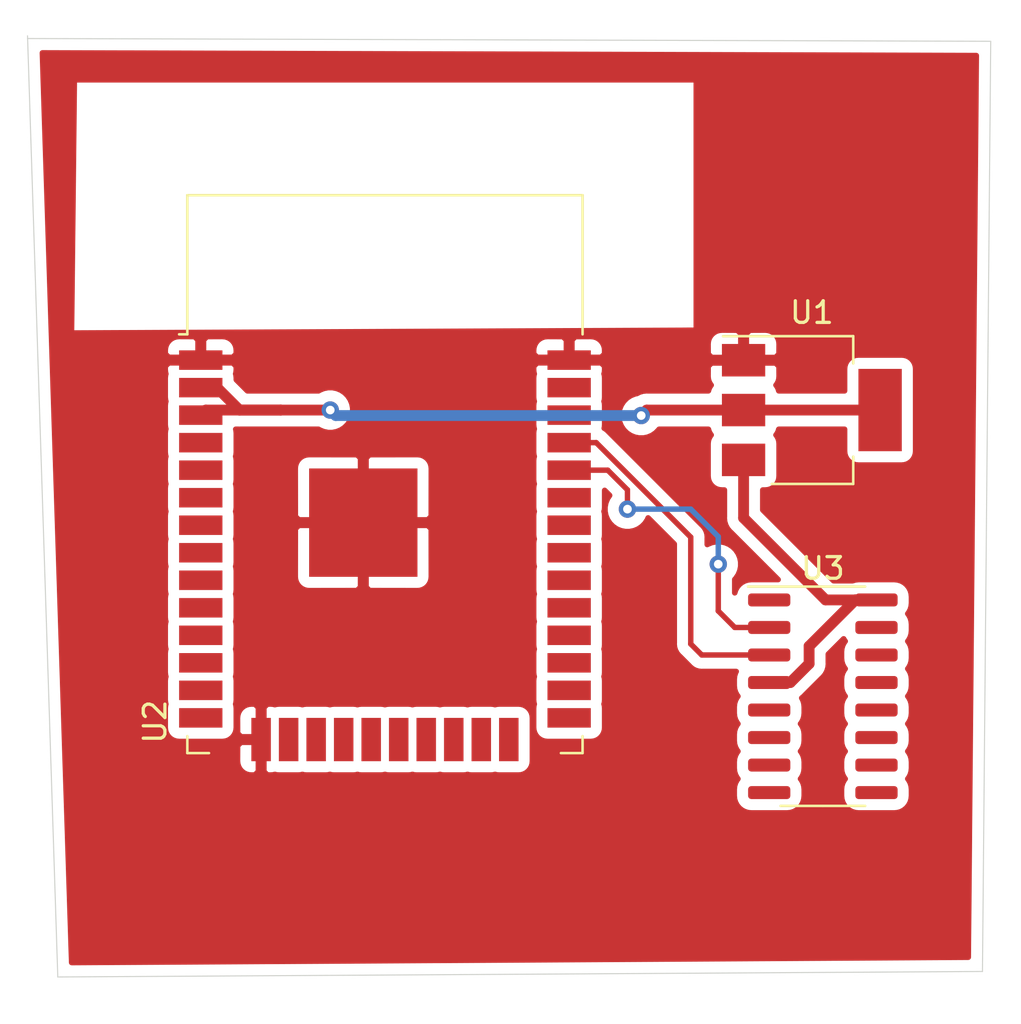
<source format=kicad_pcb>
(kicad_pcb (version 20171130) (host pcbnew "(5.1.10)-1")

  (general
    (thickness 1.6)
    (drawings 4)
    (tracks 37)
    (zones 0)
    (modules 3)
    (nets 49)
  )

  (page A4)
  (layers
    (0 F.Cu signal)
    (31 B.Cu signal)
    (32 B.Adhes user)
    (33 F.Adhes user)
    (34 B.Paste user)
    (35 F.Paste user)
    (36 B.SilkS user)
    (37 F.SilkS user)
    (38 B.Mask user)
    (39 F.Mask user)
    (40 Dwgs.User user)
    (41 Cmts.User user)
    (42 Eco1.User user)
    (43 Eco2.User user)
    (44 Edge.Cuts user)
    (45 Margin user)
    (46 B.CrtYd user)
    (47 F.CrtYd user)
    (48 B.Fab user)
    (49 F.Fab user)
  )

  (setup
    (last_trace_width 0.5)
    (user_trace_width 0.5)
    (trace_clearance 0.2)
    (zone_clearance 0.508)
    (zone_45_only no)
    (trace_min 0.2)
    (via_size 0.8)
    (via_drill 0.4)
    (via_min_size 0.4)
    (via_min_drill 0.3)
    (user_via 0.4 0.3)
    (uvia_size 0.3)
    (uvia_drill 0.1)
    (uvias_allowed no)
    (uvia_min_size 0.2)
    (uvia_min_drill 0.1)
    (edge_width 0.05)
    (segment_width 0.2)
    (pcb_text_width 0.3)
    (pcb_text_size 1.5 1.5)
    (mod_edge_width 0.12)
    (mod_text_size 1 1)
    (mod_text_width 0.15)
    (pad_size 1.524 1.524)
    (pad_drill 0.762)
    (pad_to_mask_clearance 0)
    (aux_axis_origin 0 0)
    (visible_elements FFFFFF7F)
    (pcbplotparams
      (layerselection 0x010fc_ffffffff)
      (usegerberextensions false)
      (usegerberattributes true)
      (usegerberadvancedattributes true)
      (creategerberjobfile true)
      (excludeedgelayer true)
      (linewidth 0.100000)
      (plotframeref false)
      (viasonmask false)
      (mode 1)
      (useauxorigin false)
      (hpglpennumber 1)
      (hpglpenspeed 20)
      (hpglpendiameter 15.000000)
      (psnegative false)
      (psa4output false)
      (plotreference true)
      (plotvalue true)
      (plotinvisibletext false)
      (padsonsilk false)
      (subtractmaskfromsilk false)
      (outputformat 1)
      (mirror false)
      (drillshape 1)
      (scaleselection 1)
      (outputdirectory ""))
  )

  (net 0 "")
  (net 1 GND)
  (net 2 +5V)
  (net 3 +3V3)
  (net 4 "Net-(U2-Pad37)")
  (net 5 "Net-(U2-Pad36)")
  (net 6 TX_ESP)
  (net 7 RX_ESP)
  (net 8 "Net-(U2-Pad33)")
  (net 9 "Net-(U2-Pad32)")
  (net 10 "Net-(U2-Pad31)")
  (net 11 "Net-(U2-Pad30)")
  (net 12 "Net-(U2-Pad29)")
  (net 13 "Net-(U2-Pad28)")
  (net 14 "Net-(U2-Pad27)")
  (net 15 "Net-(U2-Pad26)")
  (net 16 "Net-(U2-Pad25)")
  (net 17 "Net-(U2-Pad24)")
  (net 18 "Net-(U2-Pad23)")
  (net 19 "Net-(U2-Pad22)")
  (net 20 "Net-(U2-Pad21)")
  (net 21 "Net-(U2-Pad20)")
  (net 22 "Net-(U2-Pad19)")
  (net 23 "Net-(U2-Pad18)")
  (net 24 "Net-(U2-Pad17)")
  (net 25 "Net-(U2-Pad16)")
  (net 26 "Net-(U2-Pad14)")
  (net 27 "Net-(U2-Pad13)")
  (net 28 "Net-(U2-Pad12)")
  (net 29 "Net-(U2-Pad11)")
  (net 30 "Net-(U2-Pad10)")
  (net 31 "Net-(U2-Pad9)")
  (net 32 "Net-(U2-Pad8)")
  (net 33 "Net-(U2-Pad7)")
  (net 34 "Net-(U2-Pad6)")
  (net 35 "Net-(U2-Pad5)")
  (net 36 "Net-(U2-Pad4)")
  (net 37 "Net-(U3-Pad15)")
  (net 38 "Net-(U3-Pad14)")
  (net 39 "Net-(U3-Pad13)")
  (net 40 "Net-(U3-Pad12)")
  (net 41 "Net-(U3-Pad11)")
  (net 42 "Net-(U3-Pad10)")
  (net 43 "Net-(U3-Pad9)")
  (net 44 "Net-(U3-Pad8)")
  (net 45 "Net-(U3-Pad7)")
  (net 46 D-)
  (net 47 D+)
  (net 48 "Net-(U3-Pad1)")

  (net_class Default "This is the default net class."
    (clearance 0.2)
    (trace_width 0.25)
    (via_dia 0.8)
    (via_drill 0.4)
    (uvia_dia 0.3)
    (uvia_drill 0.1)
    (add_net +3V3)
    (add_net +5V)
    (add_net D+)
    (add_net D-)
    (add_net GND)
    (add_net "Net-(U2-Pad10)")
    (add_net "Net-(U2-Pad11)")
    (add_net "Net-(U2-Pad12)")
    (add_net "Net-(U2-Pad13)")
    (add_net "Net-(U2-Pad14)")
    (add_net "Net-(U2-Pad16)")
    (add_net "Net-(U2-Pad17)")
    (add_net "Net-(U2-Pad18)")
    (add_net "Net-(U2-Pad19)")
    (add_net "Net-(U2-Pad20)")
    (add_net "Net-(U2-Pad21)")
    (add_net "Net-(U2-Pad22)")
    (add_net "Net-(U2-Pad23)")
    (add_net "Net-(U2-Pad24)")
    (add_net "Net-(U2-Pad25)")
    (add_net "Net-(U2-Pad26)")
    (add_net "Net-(U2-Pad27)")
    (add_net "Net-(U2-Pad28)")
    (add_net "Net-(U2-Pad29)")
    (add_net "Net-(U2-Pad30)")
    (add_net "Net-(U2-Pad31)")
    (add_net "Net-(U2-Pad32)")
    (add_net "Net-(U2-Pad33)")
    (add_net "Net-(U2-Pad36)")
    (add_net "Net-(U2-Pad37)")
    (add_net "Net-(U2-Pad4)")
    (add_net "Net-(U2-Pad5)")
    (add_net "Net-(U2-Pad6)")
    (add_net "Net-(U2-Pad7)")
    (add_net "Net-(U2-Pad8)")
    (add_net "Net-(U2-Pad9)")
    (add_net "Net-(U3-Pad1)")
    (add_net "Net-(U3-Pad10)")
    (add_net "Net-(U3-Pad11)")
    (add_net "Net-(U3-Pad12)")
    (add_net "Net-(U3-Pad13)")
    (add_net "Net-(U3-Pad14)")
    (add_net "Net-(U3-Pad15)")
    (add_net "Net-(U3-Pad7)")
    (add_net "Net-(U3-Pad8)")
    (add_net "Net-(U3-Pad9)")
    (add_net RX_ESP)
    (add_net TX_ESP)
  )

  (module Package_SO:SOIC-16_3.9x9.9mm_P1.27mm (layer F.Cu) (tedit 5D9F72B1) (tstamp 613016E1)
    (at 104.267 55.626)
    (descr "SOIC, 16 Pin (JEDEC MS-012AC, https://www.analog.com/media/en/package-pcb-resources/package/pkg_pdf/soic_narrow-r/r_16.pdf), generated with kicad-footprint-generator ipc_gullwing_generator.py")
    (tags "SOIC SO")
    (path /612FF0CD)
    (attr smd)
    (fp_text reference U3 (at 0 -5.9) (layer F.SilkS)
      (effects (font (size 1 1) (thickness 0.15)))
    )
    (fp_text value CH340C (at 0 5.9) (layer F.Fab)
      (effects (font (size 1 1) (thickness 0.15)))
    )
    (fp_text user %R (at 0 0) (layer F.Fab)
      (effects (font (size 0.98 0.98) (thickness 0.15)))
    )
    (fp_line (start 0 5.06) (end 1.95 5.06) (layer F.SilkS) (width 0.12))
    (fp_line (start 0 5.06) (end -1.95 5.06) (layer F.SilkS) (width 0.12))
    (fp_line (start 0 -5.06) (end 1.95 -5.06) (layer F.SilkS) (width 0.12))
    (fp_line (start 0 -5.06) (end -3.45 -5.06) (layer F.SilkS) (width 0.12))
    (fp_line (start -0.975 -4.95) (end 1.95 -4.95) (layer F.Fab) (width 0.1))
    (fp_line (start 1.95 -4.95) (end 1.95 4.95) (layer F.Fab) (width 0.1))
    (fp_line (start 1.95 4.95) (end -1.95 4.95) (layer F.Fab) (width 0.1))
    (fp_line (start -1.95 4.95) (end -1.95 -3.975) (layer F.Fab) (width 0.1))
    (fp_line (start -1.95 -3.975) (end -0.975 -4.95) (layer F.Fab) (width 0.1))
    (fp_line (start -3.7 -5.2) (end -3.7 5.2) (layer F.CrtYd) (width 0.05))
    (fp_line (start -3.7 5.2) (end 3.7 5.2) (layer F.CrtYd) (width 0.05))
    (fp_line (start 3.7 5.2) (end 3.7 -5.2) (layer F.CrtYd) (width 0.05))
    (fp_line (start 3.7 -5.2) (end -3.7 -5.2) (layer F.CrtYd) (width 0.05))
    (pad 16 smd roundrect (at 2.475 -4.445) (size 1.95 0.6) (layers F.Cu F.Paste F.Mask) (roundrect_rratio 0.25)
      (net 2 +5V))
    (pad 15 smd roundrect (at 2.475 -3.175) (size 1.95 0.6) (layers F.Cu F.Paste F.Mask) (roundrect_rratio 0.25)
      (net 37 "Net-(U3-Pad15)"))
    (pad 14 smd roundrect (at 2.475 -1.905) (size 1.95 0.6) (layers F.Cu F.Paste F.Mask) (roundrect_rratio 0.25)
      (net 38 "Net-(U3-Pad14)"))
    (pad 13 smd roundrect (at 2.475 -0.635) (size 1.95 0.6) (layers F.Cu F.Paste F.Mask) (roundrect_rratio 0.25)
      (net 39 "Net-(U3-Pad13)"))
    (pad 12 smd roundrect (at 2.475 0.635) (size 1.95 0.6) (layers F.Cu F.Paste F.Mask) (roundrect_rratio 0.25)
      (net 40 "Net-(U3-Pad12)"))
    (pad 11 smd roundrect (at 2.475 1.905) (size 1.95 0.6) (layers F.Cu F.Paste F.Mask) (roundrect_rratio 0.25)
      (net 41 "Net-(U3-Pad11)"))
    (pad 10 smd roundrect (at 2.475 3.175) (size 1.95 0.6) (layers F.Cu F.Paste F.Mask) (roundrect_rratio 0.25)
      (net 42 "Net-(U3-Pad10)"))
    (pad 9 smd roundrect (at 2.475 4.445) (size 1.95 0.6) (layers F.Cu F.Paste F.Mask) (roundrect_rratio 0.25)
      (net 43 "Net-(U3-Pad9)"))
    (pad 8 smd roundrect (at -2.475 4.445) (size 1.95 0.6) (layers F.Cu F.Paste F.Mask) (roundrect_rratio 0.25)
      (net 44 "Net-(U3-Pad8)"))
    (pad 7 smd roundrect (at -2.475 3.175) (size 1.95 0.6) (layers F.Cu F.Paste F.Mask) (roundrect_rratio 0.25)
      (net 45 "Net-(U3-Pad7)"))
    (pad 6 smd roundrect (at -2.475 1.905) (size 1.95 0.6) (layers F.Cu F.Paste F.Mask) (roundrect_rratio 0.25)
      (net 46 D-))
    (pad 5 smd roundrect (at -2.475 0.635) (size 1.95 0.6) (layers F.Cu F.Paste F.Mask) (roundrect_rratio 0.25)
      (net 47 D+))
    (pad 4 smd roundrect (at -2.475 -0.635) (size 1.95 0.6) (layers F.Cu F.Paste F.Mask) (roundrect_rratio 0.25)
      (net 2 +5V))
    (pad 3 smd roundrect (at -2.475 -1.905) (size 1.95 0.6) (layers F.Cu F.Paste F.Mask) (roundrect_rratio 0.25)
      (net 6 TX_ESP))
    (pad 2 smd roundrect (at -2.475 -3.175) (size 1.95 0.6) (layers F.Cu F.Paste F.Mask) (roundrect_rratio 0.25)
      (net 7 RX_ESP))
    (pad 1 smd roundrect (at -2.475 -4.445) (size 1.95 0.6) (layers F.Cu F.Paste F.Mask) (roundrect_rratio 0.25)
      (net 48 "Net-(U3-Pad1)"))
    (model ${KISYS3DMOD}/Package_SO.3dshapes/SOIC-16_3.9x9.9mm_P1.27mm.wrl
      (at (xyz 0 0 0))
      (scale (xyz 1 1 1))
      (rotate (xyz 0 0 0))
    )
  )

  (module RF_Module:ESP32-WROOM-32 (layer F.Cu) (tedit 5B5B4654) (tstamp 613016BF)
    (at 84.059 48.368)
    (descr "Single 2.4 GHz Wi-Fi and Bluetooth combo chip https://www.espressif.com/sites/default/files/documentation/esp32-wroom-32_datasheet_en.pdf")
    (tags "Single 2.4 GHz Wi-Fi and Bluetooth combo  chip")
    (path /612FB8B3)
    (attr smd)
    (fp_text reference U2 (at -10.61 8.43 90) (layer F.SilkS)
      (effects (font (size 1 1) (thickness 0.15)))
    )
    (fp_text value ESP32-WROOM-32 (at 0 11.5) (layer F.Fab)
      (effects (font (size 1 1) (thickness 0.15)))
    )
    (fp_text user "5 mm" (at 7.8 -19.075 90) (layer Cmts.User)
      (effects (font (size 0.5 0.5) (thickness 0.1)))
    )
    (fp_text user "5 mm" (at -11.2 -14.375) (layer Cmts.User)
      (effects (font (size 0.5 0.5) (thickness 0.1)))
    )
    (fp_text user "5 mm" (at 11.8 -14.375) (layer Cmts.User)
      (effects (font (size 0.5 0.5) (thickness 0.1)))
    )
    (fp_text user Antenna (at 0 -13) (layer Cmts.User)
      (effects (font (size 1 1) (thickness 0.15)))
    )
    (fp_text user "KEEP-OUT ZONE" (at 0 -19) (layer Cmts.User)
      (effects (font (size 1 1) (thickness 0.15)))
    )
    (fp_text user %R (at 0 0) (layer F.Fab)
      (effects (font (size 1 1) (thickness 0.15)))
    )
    (fp_line (start -14 -9.97) (end -14 -20.75) (layer Dwgs.User) (width 0.1))
    (fp_line (start 9 9.76) (end 9 -15.745) (layer F.Fab) (width 0.1))
    (fp_line (start -9 9.76) (end 9 9.76) (layer F.Fab) (width 0.1))
    (fp_line (start -9 -15.745) (end -9 -10.02) (layer F.Fab) (width 0.1))
    (fp_line (start -9 -15.745) (end 9 -15.745) (layer F.Fab) (width 0.1))
    (fp_line (start -9.75 10.5) (end -9.75 -9.72) (layer F.CrtYd) (width 0.05))
    (fp_line (start -9.75 10.5) (end 9.75 10.5) (layer F.CrtYd) (width 0.05))
    (fp_line (start 9.75 -9.72) (end 9.75 10.5) (layer F.CrtYd) (width 0.05))
    (fp_line (start -14.25 -21) (end 14.25 -21) (layer F.CrtYd) (width 0.05))
    (fp_line (start -9 -9.02) (end -9 9.76) (layer F.Fab) (width 0.1))
    (fp_line (start -8.5 -9.52) (end -9 -10.02) (layer F.Fab) (width 0.1))
    (fp_line (start -9 -9.02) (end -8.5 -9.52) (layer F.Fab) (width 0.1))
    (fp_line (start 14 -9.97) (end -14 -9.97) (layer Dwgs.User) (width 0.1))
    (fp_line (start 14 -9.97) (end 14 -20.75) (layer Dwgs.User) (width 0.1))
    (fp_line (start 14 -20.75) (end -14 -20.75) (layer Dwgs.User) (width 0.1))
    (fp_line (start -14.25 -21) (end -14.25 -9.72) (layer F.CrtYd) (width 0.05))
    (fp_line (start 14.25 -21) (end 14.25 -9.72) (layer F.CrtYd) (width 0.05))
    (fp_line (start -14.25 -9.72) (end -9.75 -9.72) (layer F.CrtYd) (width 0.05))
    (fp_line (start 9.75 -9.72) (end 14.25 -9.72) (layer F.CrtYd) (width 0.05))
    (fp_line (start -12.525 -20.75) (end -14 -19.66) (layer Dwgs.User) (width 0.1))
    (fp_line (start -10.525 -20.75) (end -14 -18.045) (layer Dwgs.User) (width 0.1))
    (fp_line (start -8.525 -20.75) (end -14 -16.43) (layer Dwgs.User) (width 0.1))
    (fp_line (start -6.525 -20.75) (end -14 -14.815) (layer Dwgs.User) (width 0.1))
    (fp_line (start -4.525 -20.75) (end -14 -13.2) (layer Dwgs.User) (width 0.1))
    (fp_line (start -2.525 -20.75) (end -14 -11.585) (layer Dwgs.User) (width 0.1))
    (fp_line (start -0.525 -20.75) (end -14 -9.97) (layer Dwgs.User) (width 0.1))
    (fp_line (start 1.475 -20.75) (end -12 -9.97) (layer Dwgs.User) (width 0.1))
    (fp_line (start 3.475 -20.75) (end -10 -9.97) (layer Dwgs.User) (width 0.1))
    (fp_line (start -8 -9.97) (end 5.475 -20.75) (layer Dwgs.User) (width 0.1))
    (fp_line (start 7.475 -20.75) (end -6 -9.97) (layer Dwgs.User) (width 0.1))
    (fp_line (start 9.475 -20.75) (end -4 -9.97) (layer Dwgs.User) (width 0.1))
    (fp_line (start 11.475 -20.75) (end -2 -9.97) (layer Dwgs.User) (width 0.1))
    (fp_line (start 13.475 -20.75) (end 0 -9.97) (layer Dwgs.User) (width 0.1))
    (fp_line (start 14 -19.66) (end 2 -9.97) (layer Dwgs.User) (width 0.1))
    (fp_line (start 14 -18.045) (end 4 -9.97) (layer Dwgs.User) (width 0.1))
    (fp_line (start 14 -16.43) (end 6 -9.97) (layer Dwgs.User) (width 0.1))
    (fp_line (start 14 -14.815) (end 8 -9.97) (layer Dwgs.User) (width 0.1))
    (fp_line (start 14 -13.2) (end 10 -9.97) (layer Dwgs.User) (width 0.1))
    (fp_line (start 14 -11.585) (end 12 -9.97) (layer Dwgs.User) (width 0.1))
    (fp_line (start 9.2 -13.875) (end 13.8 -13.875) (layer Cmts.User) (width 0.1))
    (fp_line (start 13.8 -13.875) (end 13.6 -14.075) (layer Cmts.User) (width 0.1))
    (fp_line (start 13.8 -13.875) (end 13.6 -13.675) (layer Cmts.User) (width 0.1))
    (fp_line (start 9.2 -13.875) (end 9.4 -14.075) (layer Cmts.User) (width 0.1))
    (fp_line (start 9.2 -13.875) (end 9.4 -13.675) (layer Cmts.User) (width 0.1))
    (fp_line (start -13.8 -13.875) (end -13.6 -14.075) (layer Cmts.User) (width 0.1))
    (fp_line (start -13.8 -13.875) (end -13.6 -13.675) (layer Cmts.User) (width 0.1))
    (fp_line (start -9.2 -13.875) (end -9.4 -13.675) (layer Cmts.User) (width 0.1))
    (fp_line (start -13.8 -13.875) (end -9.2 -13.875) (layer Cmts.User) (width 0.1))
    (fp_line (start -9.2 -13.875) (end -9.4 -14.075) (layer Cmts.User) (width 0.1))
    (fp_line (start 8.4 -16) (end 8.2 -16.2) (layer Cmts.User) (width 0.1))
    (fp_line (start 8.4 -16) (end 8.6 -16.2) (layer Cmts.User) (width 0.1))
    (fp_line (start 8.4 -20.6) (end 8.6 -20.4) (layer Cmts.User) (width 0.1))
    (fp_line (start 8.4 -16) (end 8.4 -20.6) (layer Cmts.User) (width 0.1))
    (fp_line (start 8.4 -20.6) (end 8.2 -20.4) (layer Cmts.User) (width 0.1))
    (fp_line (start -9.12 9.1) (end -9.12 9.88) (layer F.SilkS) (width 0.12))
    (fp_line (start -9.12 9.88) (end -8.12 9.88) (layer F.SilkS) (width 0.12))
    (fp_line (start 9.12 9.1) (end 9.12 9.88) (layer F.SilkS) (width 0.12))
    (fp_line (start 9.12 9.88) (end 8.12 9.88) (layer F.SilkS) (width 0.12))
    (fp_line (start -9.12 -15.865) (end 9.12 -15.865) (layer F.SilkS) (width 0.12))
    (fp_line (start 9.12 -15.865) (end 9.12 -9.445) (layer F.SilkS) (width 0.12))
    (fp_line (start -9.12 -15.865) (end -9.12 -9.445) (layer F.SilkS) (width 0.12))
    (fp_line (start -9.12 -9.445) (end -9.5 -9.445) (layer F.SilkS) (width 0.12))
    (pad 38 smd rect (at 8.5 -8.255) (size 2 0.9) (layers F.Cu F.Paste F.Mask)
      (net 1 GND))
    (pad 37 smd rect (at 8.5 -6.985) (size 2 0.9) (layers F.Cu F.Paste F.Mask)
      (net 4 "Net-(U2-Pad37)"))
    (pad 36 smd rect (at 8.5 -5.715) (size 2 0.9) (layers F.Cu F.Paste F.Mask)
      (net 5 "Net-(U2-Pad36)"))
    (pad 35 smd rect (at 8.5 -4.445) (size 2 0.9) (layers F.Cu F.Paste F.Mask)
      (net 6 TX_ESP))
    (pad 34 smd rect (at 8.5 -3.175) (size 2 0.9) (layers F.Cu F.Paste F.Mask)
      (net 7 RX_ESP))
    (pad 33 smd rect (at 8.5 -1.905) (size 2 0.9) (layers F.Cu F.Paste F.Mask)
      (net 8 "Net-(U2-Pad33)"))
    (pad 32 smd rect (at 8.5 -0.635) (size 2 0.9) (layers F.Cu F.Paste F.Mask)
      (net 9 "Net-(U2-Pad32)"))
    (pad 31 smd rect (at 8.5 0.635) (size 2 0.9) (layers F.Cu F.Paste F.Mask)
      (net 10 "Net-(U2-Pad31)"))
    (pad 30 smd rect (at 8.5 1.905) (size 2 0.9) (layers F.Cu F.Paste F.Mask)
      (net 11 "Net-(U2-Pad30)"))
    (pad 29 smd rect (at 8.5 3.175) (size 2 0.9) (layers F.Cu F.Paste F.Mask)
      (net 12 "Net-(U2-Pad29)"))
    (pad 28 smd rect (at 8.5 4.445) (size 2 0.9) (layers F.Cu F.Paste F.Mask)
      (net 13 "Net-(U2-Pad28)"))
    (pad 27 smd rect (at 8.5 5.715) (size 2 0.9) (layers F.Cu F.Paste F.Mask)
      (net 14 "Net-(U2-Pad27)"))
    (pad 26 smd rect (at 8.5 6.985) (size 2 0.9) (layers F.Cu F.Paste F.Mask)
      (net 15 "Net-(U2-Pad26)"))
    (pad 25 smd rect (at 8.5 8.255) (size 2 0.9) (layers F.Cu F.Paste F.Mask)
      (net 16 "Net-(U2-Pad25)"))
    (pad 24 smd rect (at 5.715 9.255 90) (size 2 0.9) (layers F.Cu F.Paste F.Mask)
      (net 17 "Net-(U2-Pad24)"))
    (pad 23 smd rect (at 4.445 9.255 90) (size 2 0.9) (layers F.Cu F.Paste F.Mask)
      (net 18 "Net-(U2-Pad23)"))
    (pad 22 smd rect (at 3.175 9.255 90) (size 2 0.9) (layers F.Cu F.Paste F.Mask)
      (net 19 "Net-(U2-Pad22)"))
    (pad 21 smd rect (at 1.905 9.255 90) (size 2 0.9) (layers F.Cu F.Paste F.Mask)
      (net 20 "Net-(U2-Pad21)"))
    (pad 20 smd rect (at 0.635 9.255 90) (size 2 0.9) (layers F.Cu F.Paste F.Mask)
      (net 21 "Net-(U2-Pad20)"))
    (pad 19 smd rect (at -0.635 9.255 90) (size 2 0.9) (layers F.Cu F.Paste F.Mask)
      (net 22 "Net-(U2-Pad19)"))
    (pad 18 smd rect (at -1.905 9.255 90) (size 2 0.9) (layers F.Cu F.Paste F.Mask)
      (net 23 "Net-(U2-Pad18)"))
    (pad 17 smd rect (at -3.175 9.255 90) (size 2 0.9) (layers F.Cu F.Paste F.Mask)
      (net 24 "Net-(U2-Pad17)"))
    (pad 16 smd rect (at -4.445 9.255 90) (size 2 0.9) (layers F.Cu F.Paste F.Mask)
      (net 25 "Net-(U2-Pad16)"))
    (pad 15 smd rect (at -5.715 9.255 90) (size 2 0.9) (layers F.Cu F.Paste F.Mask)
      (net 1 GND))
    (pad 14 smd rect (at -8.5 8.255) (size 2 0.9) (layers F.Cu F.Paste F.Mask)
      (net 26 "Net-(U2-Pad14)"))
    (pad 13 smd rect (at -8.5 6.985) (size 2 0.9) (layers F.Cu F.Paste F.Mask)
      (net 27 "Net-(U2-Pad13)"))
    (pad 12 smd rect (at -8.5 5.715) (size 2 0.9) (layers F.Cu F.Paste F.Mask)
      (net 28 "Net-(U2-Pad12)"))
    (pad 11 smd rect (at -8.5 4.445) (size 2 0.9) (layers F.Cu F.Paste F.Mask)
      (net 29 "Net-(U2-Pad11)"))
    (pad 10 smd rect (at -8.5 3.175) (size 2 0.9) (layers F.Cu F.Paste F.Mask)
      (net 30 "Net-(U2-Pad10)"))
    (pad 9 smd rect (at -8.5 1.905) (size 2 0.9) (layers F.Cu F.Paste F.Mask)
      (net 31 "Net-(U2-Pad9)"))
    (pad 8 smd rect (at -8.5 0.635) (size 2 0.9) (layers F.Cu F.Paste F.Mask)
      (net 32 "Net-(U2-Pad8)"))
    (pad 7 smd rect (at -8.5 -0.635) (size 2 0.9) (layers F.Cu F.Paste F.Mask)
      (net 33 "Net-(U2-Pad7)"))
    (pad 6 smd rect (at -8.5 -1.905) (size 2 0.9) (layers F.Cu F.Paste F.Mask)
      (net 34 "Net-(U2-Pad6)"))
    (pad 5 smd rect (at -8.5 -3.175) (size 2 0.9) (layers F.Cu F.Paste F.Mask)
      (net 35 "Net-(U2-Pad5)"))
    (pad 4 smd rect (at -8.5 -4.445) (size 2 0.9) (layers F.Cu F.Paste F.Mask)
      (net 36 "Net-(U2-Pad4)"))
    (pad 3 smd rect (at -8.5 -5.715) (size 2 0.9) (layers F.Cu F.Paste F.Mask)
      (net 3 +3V3))
    (pad 2 smd rect (at -8.5 -6.985) (size 2 0.9) (layers F.Cu F.Paste F.Mask)
      (net 3 +3V3))
    (pad 1 smd rect (at -8.5 -8.255) (size 2 0.9) (layers F.Cu F.Paste F.Mask)
      (net 1 GND))
    (pad 39 smd rect (at -1 -0.755) (size 5 5) (layers F.Cu F.Paste F.Mask)
      (net 1 GND))
    (model ${KISYS3DMOD}/RF_Module.3dshapes/ESP32-WROOM-32.wrl
      (at (xyz 0 0 0))
      (scale (xyz 1 1 1))
      (rotate (xyz 0 0 0))
    )
  )

  (module Package_TO_SOT_SMD:SOT-223-3_TabPin2 (layer F.Cu) (tedit 5A02FF57) (tstamp 61301650)
    (at 103.759 42.418)
    (descr "module CMS SOT223 4 pins")
    (tags "CMS SOT")
    (path /61301E90)
    (attr smd)
    (fp_text reference U1 (at 0 -4.5) (layer F.SilkS)
      (effects (font (size 1 1) (thickness 0.15)))
    )
    (fp_text value AMS1117-3.3 (at 0 4.5) (layer F.Fab)
      (effects (font (size 1 1) (thickness 0.15)))
    )
    (fp_text user %R (at 0 0 90) (layer F.Fab)
      (effects (font (size 0.8 0.8) (thickness 0.12)))
    )
    (fp_line (start 1.91 3.41) (end 1.91 2.15) (layer F.SilkS) (width 0.12))
    (fp_line (start 1.91 -3.41) (end 1.91 -2.15) (layer F.SilkS) (width 0.12))
    (fp_line (start 4.4 -3.6) (end -4.4 -3.6) (layer F.CrtYd) (width 0.05))
    (fp_line (start 4.4 3.6) (end 4.4 -3.6) (layer F.CrtYd) (width 0.05))
    (fp_line (start -4.4 3.6) (end 4.4 3.6) (layer F.CrtYd) (width 0.05))
    (fp_line (start -4.4 -3.6) (end -4.4 3.6) (layer F.CrtYd) (width 0.05))
    (fp_line (start -1.85 -2.35) (end -0.85 -3.35) (layer F.Fab) (width 0.1))
    (fp_line (start -1.85 -2.35) (end -1.85 3.35) (layer F.Fab) (width 0.1))
    (fp_line (start -1.85 3.41) (end 1.91 3.41) (layer F.SilkS) (width 0.12))
    (fp_line (start -0.85 -3.35) (end 1.85 -3.35) (layer F.Fab) (width 0.1))
    (fp_line (start -4.1 -3.41) (end 1.91 -3.41) (layer F.SilkS) (width 0.12))
    (fp_line (start -1.85 3.35) (end 1.85 3.35) (layer F.Fab) (width 0.1))
    (fp_line (start 1.85 -3.35) (end 1.85 3.35) (layer F.Fab) (width 0.1))
    (pad 1 smd rect (at -3.15 -2.3) (size 2 1.5) (layers F.Cu F.Paste F.Mask)
      (net 1 GND))
    (pad 3 smd rect (at -3.15 2.3) (size 2 1.5) (layers F.Cu F.Paste F.Mask)
      (net 2 +5V))
    (pad 2 smd rect (at -3.15 0) (size 2 1.5) (layers F.Cu F.Paste F.Mask)
      (net 3 +3V3))
    (pad 2 smd rect (at 3.15 0) (size 2 3.8) (layers F.Cu F.Paste F.Mask)
      (net 3 +3V3))
    (model ${KISYS3DMOD}/Package_TO_SOT_SMD.3dshapes/SOT-223.wrl
      (at (xyz 0 0 0))
      (scale (xyz 1 1 1))
      (rotate (xyz 0 0 0))
    )
  )

  (gr_line (start 68.961 68.58) (end 67.564 25.146) (layer Edge.Cuts) (width 0.05))
  (gr_line (start 111.633 68.326) (end 68.961 68.58) (layer Edge.Cuts) (width 0.05))
  (gr_line (start 112.014 25.4) (end 111.633 68.326) (layer Edge.Cuts) (width 0.05))
  (gr_line (start 67.564 25.273) (end 112.014 25.4) (layer Edge.Cuts) (width 0.05))

  (segment (start 105.767 51.181) (end 103.632 53.316) (width 0.5) (layer F.Cu) (net 2))
  (segment (start 106.742 51.181) (end 105.767 51.181) (width 0.5) (layer F.Cu) (net 2))
  (segment (start 102.767 54.991) (end 101.792 54.991) (width 0.5) (layer F.Cu) (net 2))
  (segment (start 103.632 54.126) (end 102.767 54.991) (width 0.5) (layer F.Cu) (net 2))
  (segment (start 103.632 53.316) (end 103.632 54.126) (width 0.5) (layer F.Cu) (net 2))
  (segment (start 100.609 44.718) (end 100.609 47.396) (width 0.5) (layer F.Cu) (net 2))
  (segment (start 104.394 51.181) (end 106.742 51.181) (width 0.5) (layer F.Cu) (net 2))
  (segment (start 100.609 47.396) (end 104.394 51.181) (width 0.5) (layer F.Cu) (net 2))
  (segment (start 100.609 42.418) (end 106.909 42.418) (width 0.5) (layer F.Cu) (net 3))
  (segment (start 100.609 42.418) (end 96.139 42.418) (width 0.5) (layer F.Cu) (net 3))
  (segment (start 96.139 42.418) (end 95.885 42.672) (width 0.5) (layer F.Cu) (net 3))
  (via (at 95.885 42.672) (size 0.8) (drill 0.4) (layers F.Cu B.Cu) (net 3))
  (segment (start 95.885 42.672) (end 81.788 42.672) (width 0.5) (layer B.Cu) (net 3))
  (segment (start 81.788 42.672) (end 81.534 42.418) (width 0.5) (layer B.Cu) (net 3))
  (via (at 81.534 42.418) (size 0.8) (drill 0.4) (layers F.Cu B.Cu) (net 3))
  (segment (start 75.794 42.418) (end 75.559 42.653) (width 0.5) (layer F.Cu) (net 3))
  (segment (start 76.308 41.383) (end 75.559 41.383) (width 0.5) (layer F.Cu) (net 3))
  (segment (start 79.248 42.418) (end 77.343 42.418) (width 0.5) (layer F.Cu) (net 3))
  (segment (start 81.534 42.418) (end 79.248 42.418) (width 0.5) (layer F.Cu) (net 3))
  (segment (start 77.343 42.418) (end 76.308 41.383) (width 0.5) (layer F.Cu) (net 3))
  (segment (start 79.248 42.418) (end 75.794 42.418) (width 0.5) (layer F.Cu) (net 3))
  (segment (start 93.809 43.923) (end 98.171 48.285) (width 0.25) (layer F.Cu) (net 6))
  (segment (start 92.559 43.923) (end 93.809 43.923) (width 0.25) (layer F.Cu) (net 6))
  (segment (start 98.171 48.285) (end 98.171 53.213) (width 0.25) (layer F.Cu) (net 6))
  (segment (start 98.679 53.721) (end 101.792 53.721) (width 0.25) (layer F.Cu) (net 6))
  (segment (start 98.171 53.213) (end 98.679 53.721) (width 0.25) (layer F.Cu) (net 6))
  (segment (start 101.792 52.451) (end 100.203 52.451) (width 0.25) (layer F.Cu) (net 7))
  (segment (start 100.203 52.451) (end 99.441 51.689) (width 0.25) (layer F.Cu) (net 7))
  (segment (start 99.441 51.689) (end 99.441 49.53) (width 0.25) (layer F.Cu) (net 7))
  (via (at 99.441 49.53) (size 0.8) (drill 0.4) (layers F.Cu B.Cu) (net 7))
  (segment (start 99.441 49.53) (end 99.441 48.26) (width 0.25) (layer B.Cu) (net 7))
  (segment (start 99.441 48.26) (end 98.171 46.99) (width 0.25) (layer B.Cu) (net 7))
  (segment (start 98.171 46.99) (end 95.25 46.99) (width 0.25) (layer B.Cu) (net 7))
  (via (at 95.25 46.99) (size 0.8) (drill 0.4) (layers F.Cu B.Cu) (net 7))
  (segment (start 95.25 46.99) (end 95.25 46.101) (width 0.25) (layer F.Cu) (net 7))
  (segment (start 94.342 45.193) (end 92.559 45.193) (width 0.25) (layer F.Cu) (net 7))
  (segment (start 95.25 46.101) (end 94.342 45.193) (width 0.25) (layer F.Cu) (net 7))

  (zone (net 1) (net_name GND) (layer F.Cu) (tstamp 0) (hatch edge 0.508)
    (connect_pads (clearance 0.508))
    (min_thickness 0.254)
    (fill yes (arc_segments 32) (thermal_gap 0.508) (thermal_bridge_width 0.508))
    (polygon
      (pts
        (xy 113.411 70.739) (xy 66.548 70.104) (xy 66.294 23.749) (xy 113.284 23.495)
      )
    )
    (filled_polygon
      (pts
        (xy 111.348133 26.058099) (xy 110.978798 67.669883) (xy 69.59999 67.916185) (xy 69.301087 58.623) (xy 77.255928 58.623)
        (xy 77.268188 58.747482) (xy 77.304498 58.86718) (xy 77.363463 58.977494) (xy 77.442815 59.074185) (xy 77.539506 59.153537)
        (xy 77.64982 59.212502) (xy 77.769518 59.248812) (xy 77.894 59.261072) (xy 78.05825 59.258) (xy 78.217 59.09925)
        (xy 78.217 57.75) (xy 77.41775 57.75) (xy 77.259 57.90875) (xy 77.255928 58.623) (xy 69.301087 58.623)
        (xy 68.72021 40.563) (xy 73.920928 40.563) (xy 73.933188 40.687482) (xy 73.951546 40.748) (xy 73.933188 40.808518)
        (xy 73.920928 40.933) (xy 73.920928 41.833) (xy 73.933188 41.957482) (xy 73.951546 42.018) (xy 73.933188 42.078518)
        (xy 73.920928 42.203) (xy 73.920928 43.103) (xy 73.933188 43.227482) (xy 73.951546 43.288) (xy 73.933188 43.348518)
        (xy 73.920928 43.473) (xy 73.920928 44.373) (xy 73.933188 44.497482) (xy 73.951546 44.558) (xy 73.933188 44.618518)
        (xy 73.920928 44.743) (xy 73.920928 45.643) (xy 73.933188 45.767482) (xy 73.951546 45.828) (xy 73.933188 45.888518)
        (xy 73.920928 46.013) (xy 73.920928 46.913) (xy 73.933188 47.037482) (xy 73.951546 47.098) (xy 73.933188 47.158518)
        (xy 73.920928 47.283) (xy 73.920928 48.183) (xy 73.933188 48.307482) (xy 73.951546 48.368) (xy 73.933188 48.428518)
        (xy 73.920928 48.553) (xy 73.920928 49.453) (xy 73.933188 49.577482) (xy 73.951546 49.638) (xy 73.933188 49.698518)
        (xy 73.920928 49.823) (xy 73.920928 50.723) (xy 73.933188 50.847482) (xy 73.951546 50.908) (xy 73.933188 50.968518)
        (xy 73.920928 51.093) (xy 73.920928 51.993) (xy 73.933188 52.117482) (xy 73.951546 52.178) (xy 73.933188 52.238518)
        (xy 73.920928 52.363) (xy 73.920928 53.263) (xy 73.933188 53.387482) (xy 73.951546 53.448) (xy 73.933188 53.508518)
        (xy 73.920928 53.633) (xy 73.920928 54.533) (xy 73.933188 54.657482) (xy 73.951546 54.718) (xy 73.933188 54.778518)
        (xy 73.920928 54.903) (xy 73.920928 55.803) (xy 73.933188 55.927482) (xy 73.951546 55.988) (xy 73.933188 56.048518)
        (xy 73.920928 56.173) (xy 73.920928 57.073) (xy 73.933188 57.197482) (xy 73.969498 57.31718) (xy 74.028463 57.427494)
        (xy 74.107815 57.524185) (xy 74.204506 57.603537) (xy 74.31482 57.662502) (xy 74.434518 57.698812) (xy 74.559 57.711072)
        (xy 76.559 57.711072) (xy 76.683482 57.698812) (xy 76.80318 57.662502) (xy 76.913494 57.603537) (xy 77.010185 57.524185)
        (xy 77.089537 57.427494) (xy 77.148502 57.31718) (xy 77.184812 57.197482) (xy 77.197072 57.073) (xy 77.197072 56.623)
        (xy 77.255928 56.623) (xy 77.259 57.33725) (xy 77.41775 57.496) (xy 78.217 57.496) (xy 78.217 56.14675)
        (xy 78.471 56.14675) (xy 78.471 57.496) (xy 78.491 57.496) (xy 78.491 57.75) (xy 78.471 57.75)
        (xy 78.471 59.09925) (xy 78.62975 59.258) (xy 78.794 59.261072) (xy 78.918482 59.248812) (xy 78.979 59.230454)
        (xy 79.039518 59.248812) (xy 79.164 59.261072) (xy 80.064 59.261072) (xy 80.188482 59.248812) (xy 80.249 59.230454)
        (xy 80.309518 59.248812) (xy 80.434 59.261072) (xy 81.334 59.261072) (xy 81.458482 59.248812) (xy 81.519 59.230454)
        (xy 81.579518 59.248812) (xy 81.704 59.261072) (xy 82.604 59.261072) (xy 82.728482 59.248812) (xy 82.789 59.230454)
        (xy 82.849518 59.248812) (xy 82.974 59.261072) (xy 83.874 59.261072) (xy 83.998482 59.248812) (xy 84.059 59.230454)
        (xy 84.119518 59.248812) (xy 84.244 59.261072) (xy 85.144 59.261072) (xy 85.268482 59.248812) (xy 85.329 59.230454)
        (xy 85.389518 59.248812) (xy 85.514 59.261072) (xy 86.414 59.261072) (xy 86.538482 59.248812) (xy 86.599 59.230454)
        (xy 86.659518 59.248812) (xy 86.784 59.261072) (xy 87.684 59.261072) (xy 87.808482 59.248812) (xy 87.869 59.230454)
        (xy 87.929518 59.248812) (xy 88.054 59.261072) (xy 88.954 59.261072) (xy 89.078482 59.248812) (xy 89.139 59.230454)
        (xy 89.199518 59.248812) (xy 89.324 59.261072) (xy 90.224 59.261072) (xy 90.348482 59.248812) (xy 90.46818 59.212502)
        (xy 90.578494 59.153537) (xy 90.675185 59.074185) (xy 90.754537 58.977494) (xy 90.813502 58.86718) (xy 90.849812 58.747482)
        (xy 90.862072 58.623) (xy 90.862072 56.623) (xy 90.849812 56.498518) (xy 90.813502 56.37882) (xy 90.754537 56.268506)
        (xy 90.675185 56.171815) (xy 90.578494 56.092463) (xy 90.46818 56.033498) (xy 90.348482 55.997188) (xy 90.224 55.984928)
        (xy 89.324 55.984928) (xy 89.199518 55.997188) (xy 89.139 56.015546) (xy 89.078482 55.997188) (xy 88.954 55.984928)
        (xy 88.054 55.984928) (xy 87.929518 55.997188) (xy 87.869 56.015546) (xy 87.808482 55.997188) (xy 87.684 55.984928)
        (xy 86.784 55.984928) (xy 86.659518 55.997188) (xy 86.599 56.015546) (xy 86.538482 55.997188) (xy 86.414 55.984928)
        (xy 85.514 55.984928) (xy 85.389518 55.997188) (xy 85.329 56.015546) (xy 85.268482 55.997188) (xy 85.144 55.984928)
        (xy 84.244 55.984928) (xy 84.119518 55.997188) (xy 84.059 56.015546) (xy 83.998482 55.997188) (xy 83.874 55.984928)
        (xy 82.974 55.984928) (xy 82.849518 55.997188) (xy 82.789 56.015546) (xy 82.728482 55.997188) (xy 82.604 55.984928)
        (xy 81.704 55.984928) (xy 81.579518 55.997188) (xy 81.519 56.015546) (xy 81.458482 55.997188) (xy 81.334 55.984928)
        (xy 80.434 55.984928) (xy 80.309518 55.997188) (xy 80.249 56.015546) (xy 80.188482 55.997188) (xy 80.064 55.984928)
        (xy 79.164 55.984928) (xy 79.039518 55.997188) (xy 78.979 56.015546) (xy 78.918482 55.997188) (xy 78.794 55.984928)
        (xy 78.62975 55.988) (xy 78.471 56.14675) (xy 78.217 56.14675) (xy 78.05825 55.988) (xy 77.894 55.984928)
        (xy 77.769518 55.997188) (xy 77.64982 56.033498) (xy 77.539506 56.092463) (xy 77.442815 56.171815) (xy 77.363463 56.268506)
        (xy 77.304498 56.37882) (xy 77.268188 56.498518) (xy 77.255928 56.623) (xy 77.197072 56.623) (xy 77.197072 56.173)
        (xy 77.184812 56.048518) (xy 77.166454 55.988) (xy 77.184812 55.927482) (xy 77.197072 55.803) (xy 77.197072 54.903)
        (xy 77.184812 54.778518) (xy 77.166454 54.718) (xy 77.184812 54.657482) (xy 77.197072 54.533) (xy 77.197072 53.633)
        (xy 77.184812 53.508518) (xy 77.166454 53.448) (xy 77.184812 53.387482) (xy 77.197072 53.263) (xy 77.197072 52.363)
        (xy 77.184812 52.238518) (xy 77.166454 52.178) (xy 77.184812 52.117482) (xy 77.197072 51.993) (xy 77.197072 51.093)
        (xy 77.184812 50.968518) (xy 77.166454 50.908) (xy 77.184812 50.847482) (xy 77.197072 50.723) (xy 77.197072 50.113)
        (xy 79.920928 50.113) (xy 79.933188 50.237482) (xy 79.969498 50.35718) (xy 80.028463 50.467494) (xy 80.107815 50.564185)
        (xy 80.204506 50.643537) (xy 80.31482 50.702502) (xy 80.434518 50.738812) (xy 80.559 50.751072) (xy 82.77325 50.748)
        (xy 82.932 50.58925) (xy 82.932 47.74) (xy 83.186 47.74) (xy 83.186 50.58925) (xy 83.34475 50.748)
        (xy 85.559 50.751072) (xy 85.683482 50.738812) (xy 85.80318 50.702502) (xy 85.913494 50.643537) (xy 86.010185 50.564185)
        (xy 86.089537 50.467494) (xy 86.148502 50.35718) (xy 86.184812 50.237482) (xy 86.197072 50.113) (xy 86.194 47.89875)
        (xy 86.03525 47.74) (xy 83.186 47.74) (xy 82.932 47.74) (xy 80.08275 47.74) (xy 79.924 47.89875)
        (xy 79.920928 50.113) (xy 77.197072 50.113) (xy 77.197072 49.823) (xy 77.184812 49.698518) (xy 77.166454 49.638)
        (xy 77.184812 49.577482) (xy 77.197072 49.453) (xy 77.197072 48.553) (xy 77.184812 48.428518) (xy 77.166454 48.368)
        (xy 77.184812 48.307482) (xy 77.197072 48.183) (xy 77.197072 47.283) (xy 77.184812 47.158518) (xy 77.166454 47.098)
        (xy 77.184812 47.037482) (xy 77.197072 46.913) (xy 77.197072 46.013) (xy 77.184812 45.888518) (xy 77.166454 45.828)
        (xy 77.184812 45.767482) (xy 77.197072 45.643) (xy 77.197072 45.113) (xy 79.920928 45.113) (xy 79.924 47.32725)
        (xy 80.08275 47.486) (xy 82.932 47.486) (xy 82.932 44.63675) (xy 83.186 44.63675) (xy 83.186 47.486)
        (xy 86.03525 47.486) (xy 86.194 47.32725) (xy 86.197072 45.113) (xy 86.184812 44.988518) (xy 86.148502 44.86882)
        (xy 86.089537 44.758506) (xy 86.010185 44.661815) (xy 85.913494 44.582463) (xy 85.80318 44.523498) (xy 85.683482 44.487188)
        (xy 85.559 44.474928) (xy 83.34475 44.478) (xy 83.186 44.63675) (xy 82.932 44.63675) (xy 82.77325 44.478)
        (xy 80.559 44.474928) (xy 80.434518 44.487188) (xy 80.31482 44.523498) (xy 80.204506 44.582463) (xy 80.107815 44.661815)
        (xy 80.028463 44.758506) (xy 79.969498 44.86882) (xy 79.933188 44.988518) (xy 79.920928 45.113) (xy 77.197072 45.113)
        (xy 77.197072 44.743) (xy 77.184812 44.618518) (xy 77.166454 44.558) (xy 77.184812 44.497482) (xy 77.197072 44.373)
        (xy 77.197072 43.473) (xy 77.184812 43.348518) (xy 77.171004 43.303) (xy 77.299533 43.303) (xy 77.342999 43.307281)
        (xy 77.386466 43.303) (xy 80.995546 43.303) (xy 81.043744 43.335205) (xy 81.232102 43.413226) (xy 81.432061 43.453)
        (xy 81.635939 43.453) (xy 81.835898 43.413226) (xy 82.024256 43.335205) (xy 82.193774 43.221937) (xy 82.337937 43.077774)
        (xy 82.451205 42.908256) (xy 82.529226 42.719898) (xy 82.569 42.519939) (xy 82.569 42.316061) (xy 82.529226 42.116102)
        (xy 82.451205 41.927744) (xy 82.337937 41.758226) (xy 82.193774 41.614063) (xy 82.024256 41.500795) (xy 81.835898 41.422774)
        (xy 81.635939 41.383) (xy 81.432061 41.383) (xy 81.232102 41.422774) (xy 81.043744 41.500795) (xy 80.995546 41.533)
        (xy 77.709579 41.533) (xy 77.197072 41.020494) (xy 77.197072 40.933) (xy 77.184812 40.808518) (xy 77.166454 40.748)
        (xy 77.184812 40.687482) (xy 77.197072 40.563) (xy 90.920928 40.563) (xy 90.933188 40.687482) (xy 90.951546 40.748)
        (xy 90.933188 40.808518) (xy 90.920928 40.933) (xy 90.920928 41.833) (xy 90.933188 41.957482) (xy 90.951546 42.018)
        (xy 90.933188 42.078518) (xy 90.920928 42.203) (xy 90.920928 43.103) (xy 90.933188 43.227482) (xy 90.951546 43.288)
        (xy 90.933188 43.348518) (xy 90.920928 43.473) (xy 90.920928 44.373) (xy 90.933188 44.497482) (xy 90.951546 44.558)
        (xy 90.933188 44.618518) (xy 90.920928 44.743) (xy 90.920928 45.643) (xy 90.933188 45.767482) (xy 90.951546 45.828)
        (xy 90.933188 45.888518) (xy 90.920928 46.013) (xy 90.920928 46.913) (xy 90.933188 47.037482) (xy 90.951546 47.098)
        (xy 90.933188 47.158518) (xy 90.920928 47.283) (xy 90.920928 48.183) (xy 90.933188 48.307482) (xy 90.951546 48.368)
        (xy 90.933188 48.428518) (xy 90.920928 48.553) (xy 90.920928 49.453) (xy 90.933188 49.577482) (xy 90.951546 49.638)
        (xy 90.933188 49.698518) (xy 90.920928 49.823) (xy 90.920928 50.723) (xy 90.933188 50.847482) (xy 90.951546 50.908)
        (xy 90.933188 50.968518) (xy 90.920928 51.093) (xy 90.920928 51.993) (xy 90.933188 52.117482) (xy 90.951546 52.178)
        (xy 90.933188 52.238518) (xy 90.920928 52.363) (xy 90.920928 53.263) (xy 90.933188 53.387482) (xy 90.951546 53.448)
        (xy 90.933188 53.508518) (xy 90.920928 53.633) (xy 90.920928 54.533) (xy 90.933188 54.657482) (xy 90.951546 54.718)
        (xy 90.933188 54.778518) (xy 90.920928 54.903) (xy 90.920928 55.803) (xy 90.933188 55.927482) (xy 90.951546 55.988)
        (xy 90.933188 56.048518) (xy 90.920928 56.173) (xy 90.920928 57.073) (xy 90.933188 57.197482) (xy 90.969498 57.31718)
        (xy 91.028463 57.427494) (xy 91.107815 57.524185) (xy 91.204506 57.603537) (xy 91.31482 57.662502) (xy 91.434518 57.698812)
        (xy 91.559 57.711072) (xy 93.559 57.711072) (xy 93.683482 57.698812) (xy 93.80318 57.662502) (xy 93.913494 57.603537)
        (xy 94.010185 57.524185) (xy 94.089537 57.427494) (xy 94.148502 57.31718) (xy 94.184812 57.197482) (xy 94.197072 57.073)
        (xy 94.197072 56.173) (xy 94.184812 56.048518) (xy 94.166454 55.988) (xy 94.184812 55.927482) (xy 94.197072 55.803)
        (xy 94.197072 54.903) (xy 94.184812 54.778518) (xy 94.166454 54.718) (xy 94.184812 54.657482) (xy 94.197072 54.533)
        (xy 94.197072 53.633) (xy 94.184812 53.508518) (xy 94.166454 53.448) (xy 94.184812 53.387482) (xy 94.197072 53.263)
        (xy 94.197072 52.363) (xy 94.184812 52.238518) (xy 94.166454 52.178) (xy 94.184812 52.117482) (xy 94.197072 51.993)
        (xy 94.197072 51.093) (xy 94.184812 50.968518) (xy 94.166454 50.908) (xy 94.184812 50.847482) (xy 94.197072 50.723)
        (xy 94.197072 49.823) (xy 94.184812 49.698518) (xy 94.166454 49.638) (xy 94.184812 49.577482) (xy 94.197072 49.453)
        (xy 94.197072 48.553) (xy 94.184812 48.428518) (xy 94.166454 48.368) (xy 94.184812 48.307482) (xy 94.197072 48.183)
        (xy 94.197072 47.283) (xy 94.184812 47.158518) (xy 94.166454 47.098) (xy 94.184812 47.037482) (xy 94.197072 46.913)
        (xy 94.197072 46.122873) (xy 94.429385 46.355187) (xy 94.332795 46.499744) (xy 94.254774 46.688102) (xy 94.215 46.888061)
        (xy 94.215 47.091939) (xy 94.254774 47.291898) (xy 94.332795 47.480256) (xy 94.446063 47.649774) (xy 94.590226 47.793937)
        (xy 94.759744 47.907205) (xy 94.948102 47.985226) (xy 95.148061 48.025) (xy 95.351939 48.025) (xy 95.551898 47.985226)
        (xy 95.740256 47.907205) (xy 95.909774 47.793937) (xy 96.053937 47.649774) (xy 96.167205 47.480256) (xy 96.203597 47.392399)
        (xy 97.411 48.599802) (xy 97.411001 53.175668) (xy 97.407324 53.213) (xy 97.421998 53.361985) (xy 97.465454 53.505246)
        (xy 97.536026 53.637276) (xy 97.604737 53.721) (xy 97.631 53.753001) (xy 97.659998 53.776799) (xy 98.1152 54.232002)
        (xy 98.138999 54.261001) (xy 98.254724 54.355974) (xy 98.386753 54.426546) (xy 98.530014 54.470003) (xy 98.641667 54.481)
        (xy 98.641676 54.481) (xy 98.678999 54.484676) (xy 98.716322 54.481) (xy 100.270141 54.481) (xy 100.238916 54.539418)
        (xy 100.194071 54.687255) (xy 100.178928 54.841) (xy 100.178928 55.141) (xy 100.194071 55.294745) (xy 100.238916 55.442582)
        (xy 100.311742 55.578829) (xy 100.350454 55.626) (xy 100.311742 55.673171) (xy 100.238916 55.809418) (xy 100.194071 55.957255)
        (xy 100.178928 56.111) (xy 100.178928 56.411) (xy 100.194071 56.564745) (xy 100.238916 56.712582) (xy 100.311742 56.848829)
        (xy 100.350454 56.896) (xy 100.311742 56.943171) (xy 100.238916 57.079418) (xy 100.194071 57.227255) (xy 100.178928 57.381)
        (xy 100.178928 57.681) (xy 100.194071 57.834745) (xy 100.238916 57.982582) (xy 100.311742 58.118829) (xy 100.350454 58.166)
        (xy 100.311742 58.213171) (xy 100.238916 58.349418) (xy 100.194071 58.497255) (xy 100.178928 58.651) (xy 100.178928 58.951)
        (xy 100.194071 59.104745) (xy 100.238916 59.252582) (xy 100.311742 59.388829) (xy 100.350454 59.436) (xy 100.311742 59.483171)
        (xy 100.238916 59.619418) (xy 100.194071 59.767255) (xy 100.178928 59.921) (xy 100.178928 60.221) (xy 100.194071 60.374745)
        (xy 100.238916 60.522582) (xy 100.311742 60.658829) (xy 100.409749 60.778251) (xy 100.529171 60.876258) (xy 100.665418 60.949084)
        (xy 100.813255 60.993929) (xy 100.967 61.009072) (xy 102.617 61.009072) (xy 102.770745 60.993929) (xy 102.918582 60.949084)
        (xy 103.054829 60.876258) (xy 103.174251 60.778251) (xy 103.272258 60.658829) (xy 103.345084 60.522582) (xy 103.389929 60.374745)
        (xy 103.405072 60.221) (xy 103.405072 59.921) (xy 103.389929 59.767255) (xy 103.345084 59.619418) (xy 103.272258 59.483171)
        (xy 103.233546 59.436) (xy 103.272258 59.388829) (xy 103.345084 59.252582) (xy 103.389929 59.104745) (xy 103.405072 58.951)
        (xy 103.405072 58.651) (xy 103.389929 58.497255) (xy 103.345084 58.349418) (xy 103.272258 58.213171) (xy 103.233546 58.166)
        (xy 103.272258 58.118829) (xy 103.345084 57.982582) (xy 103.389929 57.834745) (xy 103.405072 57.681) (xy 103.405072 57.381)
        (xy 103.389929 57.227255) (xy 103.345084 57.079418) (xy 103.272258 56.943171) (xy 103.233546 56.896) (xy 103.272258 56.848829)
        (xy 103.345084 56.712582) (xy 103.389929 56.564745) (xy 103.405072 56.411) (xy 103.405072 56.111) (xy 103.389929 55.957255)
        (xy 103.345084 55.809418) (xy 103.29011 55.706569) (xy 103.395817 55.619817) (xy 103.423534 55.586044) (xy 104.227049 54.78253)
        (xy 104.260817 54.754817) (xy 104.339601 54.65882) (xy 104.371411 54.620059) (xy 104.437218 54.496941) (xy 104.453589 54.466313)
        (xy 104.504195 54.29949) (xy 104.517 54.169477) (xy 104.517 54.169469) (xy 104.521281 54.126) (xy 104.517 54.082531)
        (xy 104.517 53.682578) (xy 105.226563 52.973015) (xy 105.261742 53.038829) (xy 105.300454 53.086) (xy 105.261742 53.133171)
        (xy 105.188916 53.269418) (xy 105.144071 53.417255) (xy 105.128928 53.571) (xy 105.128928 53.871) (xy 105.144071 54.024745)
        (xy 105.188916 54.172582) (xy 105.261742 54.308829) (xy 105.300454 54.356) (xy 105.261742 54.403171) (xy 105.188916 54.539418)
        (xy 105.144071 54.687255) (xy 105.128928 54.841) (xy 105.128928 55.141) (xy 105.144071 55.294745) (xy 105.188916 55.442582)
        (xy 105.261742 55.578829) (xy 105.300454 55.626) (xy 105.261742 55.673171) (xy 105.188916 55.809418) (xy 105.144071 55.957255)
        (xy 105.128928 56.111) (xy 105.128928 56.411) (xy 105.144071 56.564745) (xy 105.188916 56.712582) (xy 105.261742 56.848829)
        (xy 105.300454 56.896) (xy 105.261742 56.943171) (xy 105.188916 57.079418) (xy 105.144071 57.227255) (xy 105.128928 57.381)
        (xy 105.128928 57.681) (xy 105.144071 57.834745) (xy 105.188916 57.982582) (xy 105.261742 58.118829) (xy 105.300454 58.166)
        (xy 105.261742 58.213171) (xy 105.188916 58.349418) (xy 105.144071 58.497255) (xy 105.128928 58.651) (xy 105.128928 58.951)
        (xy 105.144071 59.104745) (xy 105.188916 59.252582) (xy 105.261742 59.388829) (xy 105.300454 59.436) (xy 105.261742 59.483171)
        (xy 105.188916 59.619418) (xy 105.144071 59.767255) (xy 105.128928 59.921) (xy 105.128928 60.221) (xy 105.144071 60.374745)
        (xy 105.188916 60.522582) (xy 105.261742 60.658829) (xy 105.359749 60.778251) (xy 105.479171 60.876258) (xy 105.615418 60.949084)
        (xy 105.763255 60.993929) (xy 105.917 61.009072) (xy 107.567 61.009072) (xy 107.720745 60.993929) (xy 107.868582 60.949084)
        (xy 108.004829 60.876258) (xy 108.124251 60.778251) (xy 108.222258 60.658829) (xy 108.295084 60.522582) (xy 108.339929 60.374745)
        (xy 108.355072 60.221) (xy 108.355072 59.921) (xy 108.339929 59.767255) (xy 108.295084 59.619418) (xy 108.222258 59.483171)
        (xy 108.183546 59.436) (xy 108.222258 59.388829) (xy 108.295084 59.252582) (xy 108.339929 59.104745) (xy 108.355072 58.951)
        (xy 108.355072 58.651) (xy 108.339929 58.497255) (xy 108.295084 58.349418) (xy 108.222258 58.213171) (xy 108.183546 58.166)
        (xy 108.222258 58.118829) (xy 108.295084 57.982582) (xy 108.339929 57.834745) (xy 108.355072 57.681) (xy 108.355072 57.381)
        (xy 108.339929 57.227255) (xy 108.295084 57.079418) (xy 108.222258 56.943171) (xy 108.183546 56.896) (xy 108.222258 56.848829)
        (xy 108.295084 56.712582) (xy 108.339929 56.564745) (xy 108.355072 56.411) (xy 108.355072 56.111) (xy 108.339929 55.957255)
        (xy 108.295084 55.809418) (xy 108.222258 55.673171) (xy 108.183546 55.626) (xy 108.222258 55.578829) (xy 108.295084 55.442582)
        (xy 108.339929 55.294745) (xy 108.355072 55.141) (xy 108.355072 54.841) (xy 108.339929 54.687255) (xy 108.295084 54.539418)
        (xy 108.222258 54.403171) (xy 108.183546 54.356) (xy 108.222258 54.308829) (xy 108.295084 54.172582) (xy 108.339929 54.024745)
        (xy 108.355072 53.871) (xy 108.355072 53.571) (xy 108.339929 53.417255) (xy 108.295084 53.269418) (xy 108.222258 53.133171)
        (xy 108.183546 53.086) (xy 108.222258 53.038829) (xy 108.295084 52.902582) (xy 108.339929 52.754745) (xy 108.355072 52.601)
        (xy 108.355072 52.301) (xy 108.339929 52.147255) (xy 108.295084 51.999418) (xy 108.222258 51.863171) (xy 108.183546 51.816)
        (xy 108.222258 51.768829) (xy 108.295084 51.632582) (xy 108.339929 51.484745) (xy 108.355072 51.331) (xy 108.355072 51.031)
        (xy 108.339929 50.877255) (xy 108.295084 50.729418) (xy 108.222258 50.593171) (xy 108.124251 50.473749) (xy 108.004829 50.375742)
        (xy 107.868582 50.302916) (xy 107.720745 50.258071) (xy 107.567 50.242928) (xy 105.917 50.242928) (xy 105.763255 50.258071)
        (xy 105.638217 50.296) (xy 104.760579 50.296) (xy 101.494 47.029422) (xy 101.494 46.106072) (xy 101.609 46.106072)
        (xy 101.733482 46.093812) (xy 101.85318 46.057502) (xy 101.963494 45.998537) (xy 102.060185 45.919185) (xy 102.139537 45.822494)
        (xy 102.198502 45.71218) (xy 102.234812 45.592482) (xy 102.247072 45.468) (xy 102.247072 43.968) (xy 102.234812 43.843518)
        (xy 102.198502 43.72382) (xy 102.139537 43.613506) (xy 102.102191 43.568) (xy 102.139537 43.522494) (xy 102.198502 43.41218)
        (xy 102.231621 43.303) (xy 105.270928 43.303) (xy 105.270928 44.318) (xy 105.283188 44.442482) (xy 105.319498 44.56218)
        (xy 105.378463 44.672494) (xy 105.457815 44.769185) (xy 105.554506 44.848537) (xy 105.66482 44.907502) (xy 105.784518 44.943812)
        (xy 105.909 44.956072) (xy 107.909 44.956072) (xy 108.033482 44.943812) (xy 108.15318 44.907502) (xy 108.263494 44.848537)
        (xy 108.360185 44.769185) (xy 108.439537 44.672494) (xy 108.498502 44.56218) (xy 108.534812 44.442482) (xy 108.547072 44.318)
        (xy 108.547072 40.518) (xy 108.534812 40.393518) (xy 108.498502 40.27382) (xy 108.439537 40.163506) (xy 108.360185 40.066815)
        (xy 108.263494 39.987463) (xy 108.15318 39.928498) (xy 108.033482 39.892188) (xy 107.909 39.879928) (xy 105.909 39.879928)
        (xy 105.784518 39.892188) (xy 105.66482 39.928498) (xy 105.554506 39.987463) (xy 105.457815 40.066815) (xy 105.378463 40.163506)
        (xy 105.319498 40.27382) (xy 105.283188 40.393518) (xy 105.270928 40.518) (xy 105.270928 41.533) (xy 102.231621 41.533)
        (xy 102.198502 41.42382) (xy 102.139537 41.313506) (xy 102.102191 41.268) (xy 102.139537 41.222494) (xy 102.198502 41.11218)
        (xy 102.234812 40.992482) (xy 102.247072 40.868) (xy 102.244 40.40375) (xy 102.08525 40.245) (xy 100.736 40.245)
        (xy 100.736 40.265) (xy 100.482 40.265) (xy 100.482 40.245) (xy 99.13275 40.245) (xy 98.974 40.40375)
        (xy 98.970928 40.868) (xy 98.983188 40.992482) (xy 99.019498 41.11218) (xy 99.078463 41.222494) (xy 99.115809 41.268)
        (xy 99.078463 41.313506) (xy 99.019498 41.42382) (xy 98.986379 41.533) (xy 96.182465 41.533) (xy 96.138999 41.528719)
        (xy 96.095533 41.533) (xy 96.095523 41.533) (xy 95.96551 41.545805) (xy 95.798687 41.596411) (xy 95.687002 41.656107)
        (xy 95.583102 41.676774) (xy 95.394744 41.754795) (xy 95.225226 41.868063) (xy 95.081063 42.012226) (xy 94.967795 42.181744)
        (xy 94.889774 42.370102) (xy 94.85 42.570061) (xy 94.85 42.773939) (xy 94.889774 42.973898) (xy 94.967795 43.162256)
        (xy 95.081063 43.331774) (xy 95.225226 43.475937) (xy 95.394744 43.589205) (xy 95.583102 43.667226) (xy 95.783061 43.707)
        (xy 95.986939 43.707) (xy 96.186898 43.667226) (xy 96.375256 43.589205) (xy 96.544774 43.475937) (xy 96.688937 43.331774)
        (xy 96.708163 43.303) (xy 98.986379 43.303) (xy 99.019498 43.41218) (xy 99.078463 43.522494) (xy 99.115809 43.568)
        (xy 99.078463 43.613506) (xy 99.019498 43.72382) (xy 98.983188 43.843518) (xy 98.970928 43.968) (xy 98.970928 45.468)
        (xy 98.983188 45.592482) (xy 99.019498 45.71218) (xy 99.078463 45.822494) (xy 99.157815 45.919185) (xy 99.254506 45.998537)
        (xy 99.36482 46.057502) (xy 99.484518 46.093812) (xy 99.609 46.106072) (xy 99.724001 46.106072) (xy 99.724001 47.352521)
        (xy 99.719719 47.396) (xy 99.736805 47.56949) (xy 99.787412 47.736313) (xy 99.86959 47.890059) (xy 99.952468 47.991046)
        (xy 99.952471 47.991049) (xy 99.980184 48.024817) (xy 100.013951 48.05253) (xy 102.204349 50.242928) (xy 100.967 50.242928)
        (xy 100.813255 50.258071) (xy 100.665418 50.302916) (xy 100.529171 50.375742) (xy 100.409749 50.473749) (xy 100.311742 50.593171)
        (xy 100.238916 50.729418) (xy 100.201 50.854413) (xy 100.201 50.233711) (xy 100.244937 50.189774) (xy 100.358205 50.020256)
        (xy 100.436226 49.831898) (xy 100.476 49.631939) (xy 100.476 49.428061) (xy 100.436226 49.228102) (xy 100.358205 49.039744)
        (xy 100.244937 48.870226) (xy 100.100774 48.726063) (xy 99.931256 48.612795) (xy 99.742898 48.534774) (xy 99.542939 48.495)
        (xy 99.339061 48.495) (xy 99.139102 48.534774) (xy 98.950744 48.612795) (xy 98.931 48.625987) (xy 98.931 48.322333)
        (xy 98.934677 48.285) (xy 98.920003 48.136014) (xy 98.876546 47.992753) (xy 98.805974 47.860724) (xy 98.734799 47.773997)
        (xy 98.711001 47.744999) (xy 98.682004 47.721202) (xy 94.372804 43.412003) (xy 94.349001 43.382999) (xy 94.233276 43.288026)
        (xy 94.17577 43.257288) (xy 94.184812 43.227482) (xy 94.197072 43.103) (xy 94.197072 42.203) (xy 94.184812 42.078518)
        (xy 94.166454 42.018) (xy 94.184812 41.957482) (xy 94.197072 41.833) (xy 94.197072 40.933) (xy 94.184812 40.808518)
        (xy 94.166454 40.748) (xy 94.184812 40.687482) (xy 94.197072 40.563) (xy 94.194 40.39875) (xy 94.03525 40.24)
        (xy 92.686 40.24) (xy 92.686 40.26) (xy 92.432 40.26) (xy 92.432 40.24) (xy 91.08275 40.24)
        (xy 90.924 40.39875) (xy 90.920928 40.563) (xy 77.197072 40.563) (xy 77.194 40.39875) (xy 77.03525 40.24)
        (xy 75.686 40.24) (xy 75.686 40.26) (xy 75.432 40.26) (xy 75.432 40.24) (xy 74.08275 40.24)
        (xy 73.924 40.39875) (xy 73.920928 40.563) (xy 68.72021 40.563) (xy 68.691263 39.663) (xy 73.920928 39.663)
        (xy 73.924 39.82725) (xy 74.08275 39.986) (xy 75.432 39.986) (xy 75.432 39.18675) (xy 75.686 39.18675)
        (xy 75.686 39.986) (xy 77.03525 39.986) (xy 77.194 39.82725) (xy 77.197072 39.663) (xy 90.920928 39.663)
        (xy 90.924 39.82725) (xy 91.08275 39.986) (xy 92.432 39.986) (xy 92.432 39.18675) (xy 92.686 39.18675)
        (xy 92.686 39.986) (xy 94.03525 39.986) (xy 94.194 39.82725) (xy 94.197072 39.663) (xy 94.184812 39.538518)
        (xy 94.148502 39.41882) (xy 94.121338 39.368) (xy 98.970928 39.368) (xy 98.974 39.83225) (xy 99.13275 39.991)
        (xy 100.482 39.991) (xy 100.482 38.89175) (xy 100.736 38.89175) (xy 100.736 39.991) (xy 102.08525 39.991)
        (xy 102.244 39.83225) (xy 102.247072 39.368) (xy 102.234812 39.243518) (xy 102.198502 39.12382) (xy 102.139537 39.013506)
        (xy 102.060185 38.916815) (xy 101.963494 38.837463) (xy 101.85318 38.778498) (xy 101.733482 38.742188) (xy 101.609 38.729928)
        (xy 100.89475 38.733) (xy 100.736 38.89175) (xy 100.482 38.89175) (xy 100.32325 38.733) (xy 99.609 38.729928)
        (xy 99.484518 38.742188) (xy 99.36482 38.778498) (xy 99.254506 38.837463) (xy 99.157815 38.916815) (xy 99.078463 39.013506)
        (xy 99.019498 39.12382) (xy 98.983188 39.243518) (xy 98.970928 39.368) (xy 94.121338 39.368) (xy 94.089537 39.308506)
        (xy 94.010185 39.211815) (xy 93.913494 39.132463) (xy 93.80318 39.073498) (xy 93.683482 39.037188) (xy 93.559 39.024928)
        (xy 92.84475 39.028) (xy 92.686 39.18675) (xy 92.432 39.18675) (xy 92.27325 39.028) (xy 91.559 39.024928)
        (xy 91.434518 39.037188) (xy 91.31482 39.073498) (xy 91.204506 39.132463) (xy 91.107815 39.211815) (xy 91.028463 39.308506)
        (xy 90.969498 39.41882) (xy 90.933188 39.538518) (xy 90.920928 39.663) (xy 77.197072 39.663) (xy 77.184812 39.538518)
        (xy 77.148502 39.41882) (xy 77.089537 39.308506) (xy 77.010185 39.211815) (xy 76.913494 39.132463) (xy 76.80318 39.073498)
        (xy 76.683482 39.037188) (xy 76.559 39.024928) (xy 75.84475 39.028) (xy 75.686 39.18675) (xy 75.432 39.18675)
        (xy 75.27325 39.028) (xy 74.559 39.024928) (xy 74.434518 39.037188) (xy 74.31482 39.073498) (xy 74.204506 39.132463)
        (xy 74.107815 39.211815) (xy 74.028463 39.308506) (xy 73.969498 39.41882) (xy 73.933188 39.538518) (xy 73.920928 39.663)
        (xy 68.691263 39.663) (xy 68.661369 38.733589) (xy 69.596008 38.733589) (xy 69.598552 38.76033) (xy 69.605884 38.784122)
        (xy 69.617718 38.806026) (xy 69.633597 38.825201) (xy 69.652913 38.840909) (xy 69.674921 38.852548) (xy 69.698777 38.859669)
        (xy 69.723564 38.861999) (xy 98.298564 38.734999) (xy 98.322776 38.73256) (xy 98.346601 38.725333) (xy 98.368557 38.713597)
        (xy 98.387803 38.697803) (xy 98.403597 38.678557) (xy 98.415333 38.656601) (xy 98.42256 38.632776) (xy 98.425 38.608)
        (xy 98.425 27.305) (xy 98.42256 27.280224) (xy 98.415333 27.256399) (xy 98.403597 27.234443) (xy 98.387803 27.215197)
        (xy 98.368557 27.199403) (xy 98.346601 27.187667) (xy 98.322776 27.18044) (xy 98.298 27.178) (xy 69.85 27.178)
        (xy 69.826609 27.180173) (xy 69.802706 27.187135) (xy 69.78062 27.198626) (xy 69.761201 27.214205) (xy 69.745194 27.233274)
        (xy 69.733215 27.255099) (xy 69.725723 27.278841) (xy 69.723008 27.303589) (xy 69.596008 38.733589) (xy 68.661369 38.733589)
        (xy 68.249717 25.934961)
      )
    )
  )
  (zone (net 0) (net_name "") (layers F&B.Cu) (tstamp 0) (hatch edge 0.508)
    (connect_pads (clearance 0.508))
    (min_thickness 0.254)
    (keepout (tracks not_allowed) (vias not_allowed) (copperpour not_allowed))
    (fill (arc_segments 32) (thermal_gap 0.508) (thermal_bridge_width 0.508))
    (polygon
      (pts
        (xy 98.298 38.608) (xy 69.723 38.735) (xy 69.85 27.305) (xy 98.298 27.305)
      )
    )
  )
)

</source>
